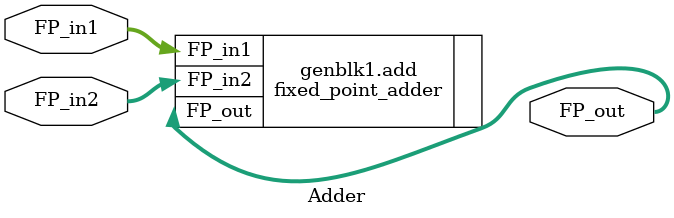
<source format=v>
`timescale 1ns / 1ps

/* N : Number of bits 16 - 32 - 64                                                 *
* E : Exponent Width 5  - 8  - 11                                                  *
* M : Mantissa Width 10 - 23 - 52                                                  *
* Bias: 2**(E-1)-1                           
*5.25 = 40a80000
*20.7 = 41a5999a                                                   */
//////////////////////////////////////////////////////////////////////////////////

module Adder #(parameter ARITH_TYPE = 1, DATA_WIDTH = 32 , E=8, M=23 )
    (
    input [DATA_WIDTH-1:0] FP_in1,
    input [DATA_WIDTH-1:0] FP_in2,
    output [DATA_WIDTH-1:0] FP_out
    );
     
    generate
		if (ARITH_TYPE)
			fixed_point_adder    #(.DATA_WIDTH(DATA_WIDTH)) add (.FP_in1(FP_in1), .FP_in2(FP_in2), .FP_out(FP_out));
		else
			floating_point_adder #(.DATA_WIDTH(DATA_WIDTH)) add (.FP_in1(FP_in1), .FP_in2(FP_in2), .FP_out(FP_out));
	endgenerate
    
endmodule

</source>
